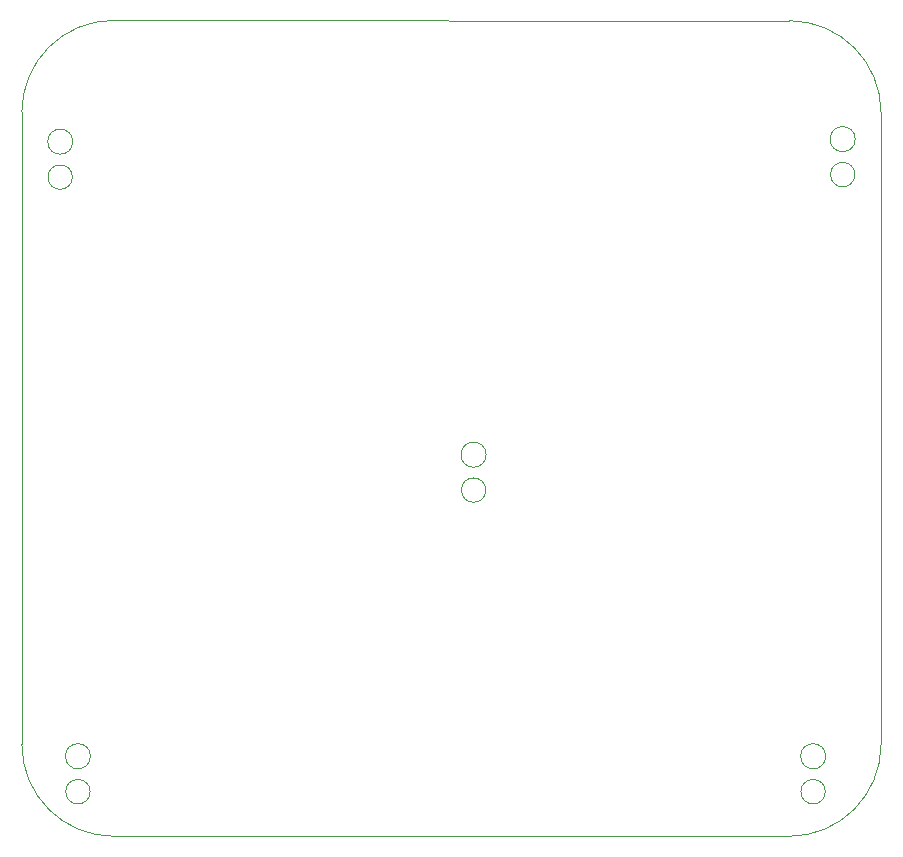
<source format=gbr>
%TF.GenerationSoftware,KiCad,Pcbnew,8.0.5*%
%TF.CreationDate,2024-11-18T10:32:16-03:00*%
%TF.ProjectId,PCB_Luva,5043425f-4c75-4766-912e-6b696361645f,rev?*%
%TF.SameCoordinates,Original*%
%TF.FileFunction,Profile,NP*%
%FSLAX46Y46*%
G04 Gerber Fmt 4.6, Leading zero omitted, Abs format (unit mm)*
G04 Created by KiCad (PCBNEW 8.0.5) date 2024-11-18 10:32:16*
%MOMM*%
%LPD*%
G01*
G04 APERTURE LIST*
%TA.AperFunction,Profile*%
%ADD10C,0.050000*%
%TD*%
G04 APERTURE END LIST*
D10*
X100250000Y-76721826D02*
G75*
G02*
X108028174Y-68943650I7778170J6D01*
G01*
X108028174Y-138028174D02*
G75*
G02*
X100250026Y-130250000I26J7778174D01*
G01*
X165221826Y-138028174D02*
X108028174Y-138028174D01*
X106060660Y-131250000D02*
G75*
G02*
X103939340Y-131250000I-1060660J0D01*
G01*
X103939340Y-131250000D02*
G75*
G02*
X106060660Y-131250000I1060660J0D01*
G01*
X106030776Y-134250000D02*
G75*
G02*
X103969224Y-134250000I-1030776J0D01*
G01*
X103969224Y-134250000D02*
G75*
G02*
X106030776Y-134250000I1030776J0D01*
G01*
X168310660Y-131250000D02*
G75*
G02*
X166189340Y-131250000I-1060660J0D01*
G01*
X166189340Y-131250000D02*
G75*
G02*
X168310660Y-131250000I1060660J0D01*
G01*
X104530776Y-82219224D02*
G75*
G02*
X102469224Y-82219224I-1030776J0D01*
G01*
X102469224Y-82219224D02*
G75*
G02*
X104530776Y-82219224I1030776J0D01*
G01*
X173000000Y-76750000D02*
X173000000Y-130250000D01*
X168280776Y-134250000D02*
G75*
G02*
X166219224Y-134250000I-1030776J0D01*
G01*
X166219224Y-134250000D02*
G75*
G02*
X168280776Y-134250000I1030776J0D01*
G01*
X170780776Y-82000000D02*
G75*
G02*
X168719224Y-82000000I-1030776J0D01*
G01*
X168719224Y-82000000D02*
G75*
G02*
X170780776Y-82000000I1030776J0D01*
G01*
X173000000Y-130250000D02*
G75*
G02*
X165221826Y-138028200I-7778200J0D01*
G01*
X108028174Y-68943652D02*
X165221826Y-68971826D01*
X170810660Y-79000000D02*
G75*
G02*
X168689340Y-79000000I-1060660J0D01*
G01*
X168689340Y-79000000D02*
G75*
G02*
X170810660Y-79000000I1060660J0D01*
G01*
X165221826Y-68971826D02*
G75*
G02*
X172999974Y-76750000I-26J-7778174D01*
G01*
X100250000Y-130250000D02*
X100250000Y-76721826D01*
X139560660Y-105719224D02*
G75*
G02*
X137439340Y-105719224I-1060660J0D01*
G01*
X137439340Y-105719224D02*
G75*
G02*
X139560660Y-105719224I1060660J0D01*
G01*
X139530776Y-108719224D02*
G75*
G02*
X137469224Y-108719224I-1030776J0D01*
G01*
X137469224Y-108719224D02*
G75*
G02*
X139530776Y-108719224I1030776J0D01*
G01*
X104560660Y-79219224D02*
G75*
G02*
X102439340Y-79219224I-1060660J0D01*
G01*
X102439340Y-79219224D02*
G75*
G02*
X104560660Y-79219224I1060660J0D01*
G01*
M02*

</source>
